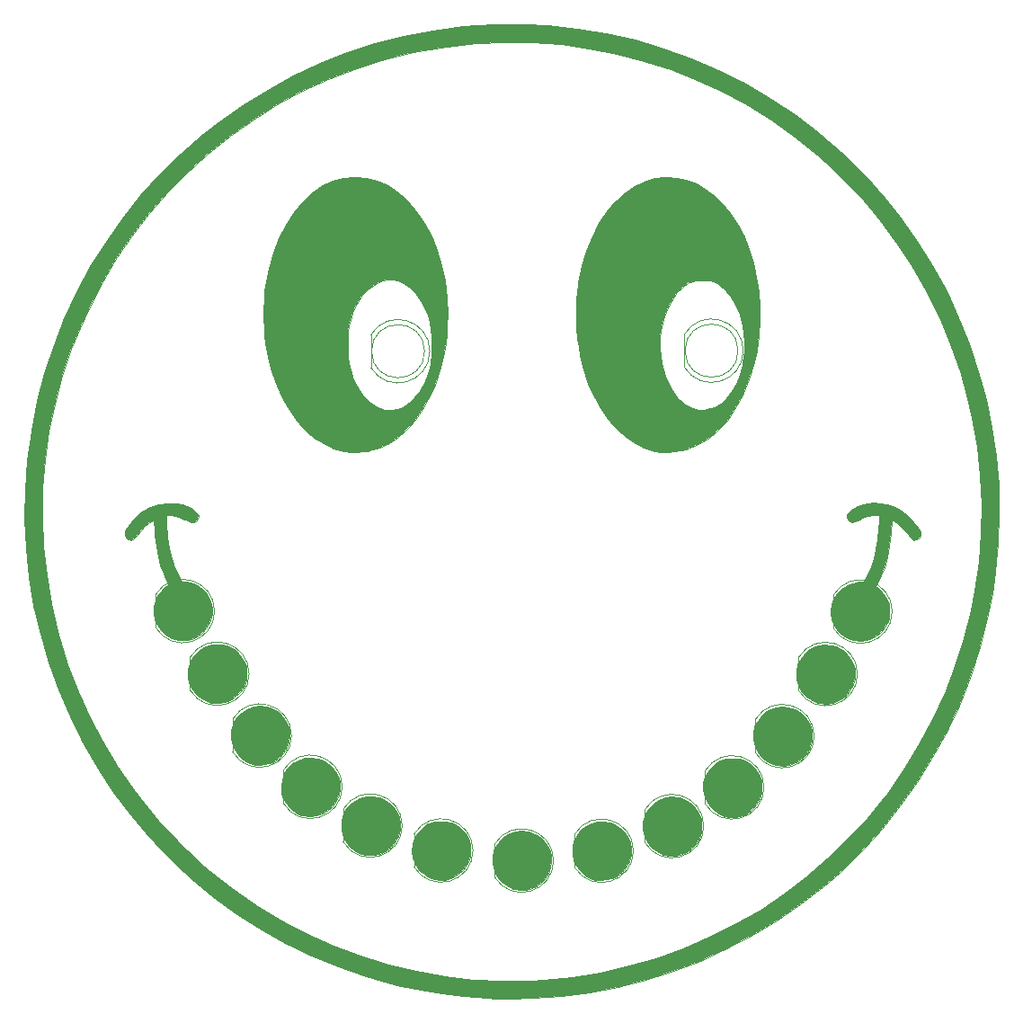
<source format=gbr>
%TF.GenerationSoftware,KiCad,Pcbnew,7.0.8*%
%TF.CreationDate,2024-08-08T21:43:19+02:00*%
%TF.ProjectId,Smiley V8,536d696c-6579-4205-9638-2e6b69636164,rev?*%
%TF.SameCoordinates,Original*%
%TF.FileFunction,Legend,Top*%
%TF.FilePolarity,Positive*%
%FSLAX46Y46*%
G04 Gerber Fmt 4.6, Leading zero omitted, Abs format (unit mm)*
G04 Created by KiCad (PCBNEW 7.0.8) date 2024-08-08 21:43:19*
%MOMM*%
%LPD*%
G01*
G04 APERTURE LIST*
%ADD10C,0.120000*%
%ADD11C,0.010000*%
G04 APERTURE END LIST*
D10*
%TO.C,D3*%
X62310000Y-121855000D02*
X62310000Y-124945000D01*
X67859999Y-123400462D02*
G75*
G03*
X62310001Y-121855170I-2989999J462D01*
G01*
X62310000Y-124944830D02*
G75*
G03*
X67860000Y-123399538I2560000J1544830D01*
G01*
X67370000Y-123400000D02*
G75*
G03*
X67370000Y-123400000I-2500000J0D01*
G01*
%TO.C,G\u002A\u002A\u002A*%
D11*
X87458269Y-123146155D02*
X88010064Y-123359199D01*
X88494021Y-123706053D01*
X88643542Y-123851451D01*
X89041069Y-124376557D01*
X89293876Y-124957293D01*
X89406137Y-125568646D01*
X89382029Y-126185601D01*
X89225727Y-126783146D01*
X88941407Y-127336267D01*
X88533245Y-127819949D01*
X88005418Y-128209180D01*
X87907133Y-128262581D01*
X87530199Y-128400609D01*
X87061436Y-128490094D01*
X86563206Y-128526376D01*
X86097875Y-128504795D01*
X85738166Y-128424634D01*
X85136805Y-128119275D01*
X84645788Y-127707532D01*
X84270388Y-127212382D01*
X84015876Y-126656802D01*
X83887527Y-126063770D01*
X83890612Y-125456262D01*
X84030405Y-124857256D01*
X84312178Y-124289728D01*
X84684278Y-123832078D01*
X85165979Y-123432587D01*
X85680128Y-123179329D01*
X86260530Y-123059893D01*
X86806467Y-123052939D01*
X87458269Y-123146155D01*
G36*
X87458269Y-123146155D02*
G01*
X88010064Y-123359199D01*
X88494021Y-123706053D01*
X88643542Y-123851451D01*
X89041069Y-124376557D01*
X89293876Y-124957293D01*
X89406137Y-125568646D01*
X89382029Y-126185601D01*
X89225727Y-126783146D01*
X88941407Y-127336267D01*
X88533245Y-127819949D01*
X88005418Y-128209180D01*
X87907133Y-128262581D01*
X87530199Y-128400609D01*
X87061436Y-128490094D01*
X86563206Y-128526376D01*
X86097875Y-128504795D01*
X85738166Y-128424634D01*
X85136805Y-128119275D01*
X84645788Y-127707532D01*
X84270388Y-127212382D01*
X84015876Y-126656802D01*
X83887527Y-126063770D01*
X83890612Y-125456262D01*
X84030405Y-124857256D01*
X84312178Y-124289728D01*
X84684278Y-123832078D01*
X85165979Y-123432587D01*
X85680128Y-123179329D01*
X86260530Y-123059893D01*
X86806467Y-123052939D01*
X87458269Y-123146155D01*
G37*
X55104132Y-112207011D02*
X55619327Y-112380789D01*
X56198798Y-112734879D01*
X56661734Y-113194261D01*
X56999306Y-113735518D01*
X57202689Y-114335233D01*
X57263054Y-114969992D01*
X57171575Y-115616379D01*
X57009749Y-116069219D01*
X56671788Y-116626052D01*
X56217429Y-117094701D01*
X55682556Y-117439027D01*
X55621673Y-117467170D01*
X55305255Y-117566828D01*
X54900399Y-117638269D01*
X54468222Y-117676354D01*
X54069845Y-117675943D01*
X53766386Y-117631896D01*
X53744133Y-117625065D01*
X53109835Y-117332803D01*
X52565854Y-116911601D01*
X52136685Y-116382714D01*
X51975684Y-116090600D01*
X51817552Y-115609030D01*
X51746181Y-115053588D01*
X51762582Y-114487733D01*
X51867764Y-113974924D01*
X51939070Y-113789726D01*
X52279503Y-113234627D01*
X52730502Y-112782372D01*
X53265266Y-112443223D01*
X53856993Y-112227439D01*
X54478882Y-112145281D01*
X55104132Y-112207011D01*
G36*
X55104132Y-112207011D02*
G01*
X55619327Y-112380789D01*
X56198798Y-112734879D01*
X56661734Y-113194261D01*
X56999306Y-113735518D01*
X57202689Y-114335233D01*
X57263054Y-114969992D01*
X57171575Y-115616379D01*
X57009749Y-116069219D01*
X56671788Y-116626052D01*
X56217429Y-117094701D01*
X55682556Y-117439027D01*
X55621673Y-117467170D01*
X55305255Y-117566828D01*
X54900399Y-117638269D01*
X54468222Y-117676354D01*
X54069845Y-117675943D01*
X53766386Y-117631896D01*
X53744133Y-117625065D01*
X53109835Y-117332803D01*
X52565854Y-116911601D01*
X52136685Y-116382714D01*
X51975684Y-116090600D01*
X51817552Y-115609030D01*
X51746181Y-115053588D01*
X51762582Y-114487733D01*
X51867764Y-113974924D01*
X51939070Y-113789726D01*
X52279503Y-113234627D01*
X52730502Y-112782372D01*
X53265266Y-112443223D01*
X53856993Y-112227439D01*
X54478882Y-112145281D01*
X55104132Y-112207011D01*
G37*
X65047133Y-120682272D02*
X65698936Y-120775488D01*
X66250731Y-120988532D01*
X66734688Y-121335386D01*
X66884208Y-121480785D01*
X67281736Y-122005890D01*
X67534543Y-122586626D01*
X67646804Y-123197979D01*
X67622695Y-123814935D01*
X67466393Y-124412479D01*
X67182074Y-124965600D01*
X66773912Y-125449283D01*
X66246085Y-125838514D01*
X66147800Y-125891914D01*
X65671489Y-126063281D01*
X65111555Y-126147144D01*
X64530829Y-126141004D01*
X63992139Y-126042362D01*
X63822388Y-125984431D01*
X63324815Y-125709055D01*
X62870048Y-125311385D01*
X62503577Y-124837660D01*
X62308487Y-124445633D01*
X62147267Y-123795788D01*
X62137594Y-123148001D01*
X62268981Y-122526595D01*
X62530942Y-121955894D01*
X62912990Y-121460220D01*
X63404639Y-121063898D01*
X63864424Y-120836746D01*
X64181652Y-120732888D01*
X64475845Y-120681644D01*
X64822520Y-120673148D01*
X65047133Y-120682272D01*
G36*
X65047133Y-120682272D02*
G01*
X65698936Y-120775488D01*
X66250731Y-120988532D01*
X66734688Y-121335386D01*
X66884208Y-121480785D01*
X67281736Y-122005890D01*
X67534543Y-122586626D01*
X67646804Y-123197979D01*
X67622695Y-123814935D01*
X67466393Y-124412479D01*
X67182074Y-124965600D01*
X66773912Y-125449283D01*
X66246085Y-125838514D01*
X66147800Y-125891914D01*
X65671489Y-126063281D01*
X65111555Y-126147144D01*
X64530829Y-126141004D01*
X63992139Y-126042362D01*
X63822388Y-125984431D01*
X63324815Y-125709055D01*
X62870048Y-125311385D01*
X62503577Y-124837660D01*
X62308487Y-124445633D01*
X62147267Y-123795788D01*
X62137594Y-123148001D01*
X62268981Y-122526595D01*
X62530942Y-121955894D01*
X62912990Y-121460220D01*
X63404639Y-121063898D01*
X63864424Y-120836746D01*
X64181652Y-120732888D01*
X64475845Y-120681644D01*
X64822520Y-120673148D01*
X65047133Y-120682272D01*
G37*
X93891284Y-120765653D02*
X93946209Y-120779214D01*
X94608455Y-121029007D01*
X95165272Y-121409556D01*
X95610047Y-121915416D01*
X95856027Y-122351632D01*
X95987162Y-122784336D01*
X96042263Y-123304931D01*
X96021951Y-123850316D01*
X95926842Y-124357391D01*
X95833817Y-124617699D01*
X95574103Y-125043601D01*
X95201512Y-125457813D01*
X94767943Y-125809623D01*
X94402525Y-126016320D01*
X93979623Y-126146405D01*
X93477687Y-126215246D01*
X92969113Y-126218569D01*
X92526298Y-126152099D01*
X92455730Y-126131278D01*
X91845622Y-125849713D01*
X91338275Y-125449949D01*
X90943909Y-124955235D01*
X90672742Y-124388819D01*
X90534994Y-123773951D01*
X90540882Y-123133879D01*
X90700627Y-122491853D01*
X90776333Y-122310490D01*
X91109971Y-121746037D01*
X91544436Y-121307746D01*
X92020531Y-121011102D01*
X92648669Y-120770162D01*
X93262622Y-120689506D01*
X93891284Y-120765653D01*
G36*
X93891284Y-120765653D02*
G01*
X93946209Y-120779214D01*
X94608455Y-121029007D01*
X95165272Y-121409556D01*
X95610047Y-121915416D01*
X95856027Y-122351632D01*
X95987162Y-122784336D01*
X96042263Y-123304931D01*
X96021951Y-123850316D01*
X95926842Y-124357391D01*
X95833817Y-124617699D01*
X95574103Y-125043601D01*
X95201512Y-125457813D01*
X94767943Y-125809623D01*
X94402525Y-126016320D01*
X93979623Y-126146405D01*
X93477687Y-126215246D01*
X92969113Y-126218569D01*
X92526298Y-126152099D01*
X92455730Y-126131278D01*
X91845622Y-125849713D01*
X91338275Y-125449949D01*
X90943909Y-124955235D01*
X90672742Y-124388819D01*
X90534994Y-123773951D01*
X90540882Y-123133879D01*
X90700627Y-122491853D01*
X90776333Y-122310490D01*
X91109971Y-121746037D01*
X91544436Y-121307746D01*
X92020531Y-121011102D01*
X92648669Y-120770162D01*
X93262622Y-120689506D01*
X93891284Y-120765653D01*
G37*
X59948146Y-117079176D02*
X60178800Y-117146856D01*
X60500537Y-117286367D01*
X60807926Y-117496167D01*
X61153328Y-117812109D01*
X61159980Y-117818753D01*
X61552958Y-118275100D01*
X61807024Y-118738356D01*
X61941614Y-119256585D01*
X61976552Y-119837965D01*
X61894260Y-120475863D01*
X61669478Y-121053884D01*
X61322895Y-121557382D01*
X60875201Y-121971713D01*
X60347086Y-122282231D01*
X59759241Y-122474292D01*
X59132354Y-122533250D01*
X58487116Y-122444460D01*
X58349687Y-122405192D01*
X57793423Y-122147259D01*
X57293022Y-121753842D01*
X56881105Y-121257186D01*
X56590292Y-120689540D01*
X56577039Y-120652885D01*
X56508953Y-120370520D01*
X56464071Y-120013023D01*
X56453467Y-119766131D01*
X56530544Y-119099919D01*
X56748933Y-118501004D01*
X57089373Y-117982929D01*
X57532601Y-117559238D01*
X58059355Y-117243474D01*
X58650372Y-117049180D01*
X59286389Y-116989900D01*
X59948146Y-117079176D01*
G36*
X59948146Y-117079176D02*
G01*
X60178800Y-117146856D01*
X60500537Y-117286367D01*
X60807926Y-117496167D01*
X61153328Y-117812109D01*
X61159980Y-117818753D01*
X61552958Y-118275100D01*
X61807024Y-118738356D01*
X61941614Y-119256585D01*
X61976552Y-119837965D01*
X61894260Y-120475863D01*
X61669478Y-121053884D01*
X61322895Y-121557382D01*
X60875201Y-121971713D01*
X60347086Y-122282231D01*
X59759241Y-122474292D01*
X59132354Y-122533250D01*
X58487116Y-122444460D01*
X58349687Y-122405192D01*
X57793423Y-122147259D01*
X57293022Y-121753842D01*
X56881105Y-121257186D01*
X56590292Y-120689540D01*
X56577039Y-120652885D01*
X56508953Y-120370520D01*
X56464071Y-120013023D01*
X56453467Y-119766131D01*
X56530544Y-119099919D01*
X56748933Y-118501004D01*
X57089373Y-117982929D01*
X57532601Y-117559238D01*
X58059355Y-117243474D01*
X58650372Y-117049180D01*
X59286389Y-116989900D01*
X59948146Y-117079176D01*
G37*
X79726709Y-123974482D02*
X80352522Y-124201691D01*
X80407068Y-124228435D01*
X80950919Y-124586968D01*
X81375569Y-125044097D01*
X81678053Y-125575279D01*
X81855405Y-126155972D01*
X81904660Y-126761633D01*
X81822853Y-127367720D01*
X81607019Y-127949690D01*
X81254191Y-128483000D01*
X80957640Y-128785236D01*
X80671072Y-128999983D01*
X80346148Y-129193100D01*
X80249101Y-129239886D01*
X79856097Y-129360591D01*
X79381171Y-129428533D01*
X78894849Y-129439474D01*
X78467655Y-129389181D01*
X78339800Y-129354569D01*
X77699930Y-129059757D01*
X77161679Y-128639188D01*
X76742406Y-128108098D01*
X76587844Y-127816933D01*
X76451235Y-127376797D01*
X76387592Y-126855126D01*
X76397383Y-126316290D01*
X76481072Y-125824661D01*
X76571572Y-125568965D01*
X76932051Y-124976714D01*
X77409307Y-124505876D01*
X77996727Y-124161896D01*
X78481391Y-123996548D01*
X79112630Y-123907261D01*
X79726709Y-123974482D01*
G36*
X79726709Y-123974482D02*
G01*
X80352522Y-124201691D01*
X80407068Y-124228435D01*
X80950919Y-124586968D01*
X81375569Y-125044097D01*
X81678053Y-125575279D01*
X81855405Y-126155972D01*
X81904660Y-126761633D01*
X81822853Y-127367720D01*
X81607019Y-127949690D01*
X81254191Y-128483000D01*
X80957640Y-128785236D01*
X80671072Y-128999983D01*
X80346148Y-129193100D01*
X80249101Y-129239886D01*
X79856097Y-129360591D01*
X79381171Y-129428533D01*
X78894849Y-129439474D01*
X78467655Y-129389181D01*
X78339800Y-129354569D01*
X77699930Y-129059757D01*
X77161679Y-128639188D01*
X76742406Y-128108098D01*
X76587844Y-127816933D01*
X76451235Y-127376797D01*
X76387592Y-126855126D01*
X76397383Y-126316290D01*
X76481072Y-125824661D01*
X76571572Y-125568965D01*
X76932051Y-124976714D01*
X77409307Y-124505876D01*
X77996727Y-124161896D01*
X78481391Y-123996548D01*
X79112630Y-123907261D01*
X79726709Y-123974482D01*
G37*
X104267535Y-112275434D02*
X104807520Y-112432783D01*
X104894781Y-112472833D01*
X105396884Y-112797462D01*
X105845666Y-113233944D01*
X106190374Y-113730252D01*
X106262026Y-113874393D01*
X106409093Y-114367926D01*
X106457135Y-114933701D01*
X106407113Y-115507295D01*
X106259988Y-116024289D01*
X106228906Y-116094463D01*
X105906136Y-116651591D01*
X105510800Y-117078011D01*
X105010618Y-117407484D01*
X104939056Y-117443563D01*
X104342957Y-117661325D01*
X103729898Y-117750759D01*
X103148785Y-117706032D01*
X103014151Y-117673182D01*
X102356994Y-117405181D01*
X101802805Y-117003134D01*
X101355412Y-116470269D01*
X101141815Y-116093199D01*
X101007378Y-115676905D01*
X100944209Y-115171477D01*
X100952634Y-114641540D01*
X101032982Y-114151718D01*
X101130547Y-113870875D01*
X101401055Y-113422380D01*
X101771201Y-112995341D01*
X102191152Y-112640494D01*
X102536368Y-112439582D01*
X103069894Y-112277959D01*
X103667638Y-112223535D01*
X104267535Y-112275434D01*
G36*
X104267535Y-112275434D02*
G01*
X104807520Y-112432783D01*
X104894781Y-112472833D01*
X105396884Y-112797462D01*
X105845666Y-113233944D01*
X106190374Y-113730252D01*
X106262026Y-113874393D01*
X106409093Y-114367926D01*
X106457135Y-114933701D01*
X106407113Y-115507295D01*
X106259988Y-116024289D01*
X106228906Y-116094463D01*
X105906136Y-116651591D01*
X105510800Y-117078011D01*
X105010618Y-117407484D01*
X104939056Y-117443563D01*
X104342957Y-117661325D01*
X103729898Y-117750759D01*
X103148785Y-117706032D01*
X103014151Y-117673182D01*
X102356994Y-117405181D01*
X101802805Y-117003134D01*
X101355412Y-116470269D01*
X101141815Y-116093199D01*
X101007378Y-115676905D01*
X100944209Y-115171477D01*
X100952634Y-114641540D01*
X101032982Y-114151718D01*
X101130547Y-113870875D01*
X101401055Y-113422380D01*
X101771201Y-112995341D01*
X102191152Y-112640494D01*
X102536368Y-112439582D01*
X103069894Y-112277959D01*
X103667638Y-112223535D01*
X104267535Y-112275434D01*
G37*
X71889353Y-123004389D02*
X72389520Y-123091746D01*
X72582220Y-123154092D01*
X73009860Y-123386020D01*
X73434054Y-123731030D01*
X73803294Y-124139831D01*
X74066074Y-124563136D01*
X74074920Y-124582515D01*
X74237250Y-125119481D01*
X74290709Y-125720619D01*
X74236248Y-126323832D01*
X74074820Y-126867027D01*
X74038702Y-126945088D01*
X73677468Y-127500013D01*
X73200159Y-127953003D01*
X72636313Y-128278501D01*
X72396030Y-128366393D01*
X71886979Y-128492229D01*
X71442688Y-128521971D01*
X70990282Y-128458170D01*
X70840818Y-128420829D01*
X70360936Y-128240832D01*
X69901515Y-127979385D01*
X69527577Y-127675394D01*
X69445191Y-127585760D01*
X69076393Y-127029383D01*
X68854704Y-126426948D01*
X68774752Y-125803037D01*
X68831168Y-125182235D01*
X69018580Y-124589124D01*
X69331617Y-124048288D01*
X69764910Y-123584311D01*
X70313087Y-123221774D01*
X70408593Y-123175967D01*
X70834369Y-123047149D01*
X71349463Y-122989739D01*
X71889353Y-123004389D01*
G36*
X71889353Y-123004389D02*
G01*
X72389520Y-123091746D01*
X72582220Y-123154092D01*
X73009860Y-123386020D01*
X73434054Y-123731030D01*
X73803294Y-124139831D01*
X74066074Y-124563136D01*
X74074920Y-124582515D01*
X74237250Y-125119481D01*
X74290709Y-125720619D01*
X74236248Y-126323832D01*
X74074820Y-126867027D01*
X74038702Y-126945088D01*
X73677468Y-127500013D01*
X73200159Y-127953003D01*
X72636313Y-128278501D01*
X72396030Y-128366393D01*
X71886979Y-128492229D01*
X71442688Y-128521971D01*
X70990282Y-128458170D01*
X70840818Y-128420829D01*
X70360936Y-128240832D01*
X69901515Y-127979385D01*
X69527577Y-127675394D01*
X69445191Y-127585760D01*
X69076393Y-127029383D01*
X68854704Y-126426948D01*
X68774752Y-125803037D01*
X68831168Y-125182235D01*
X69018580Y-124589124D01*
X69331617Y-124048288D01*
X69764910Y-123584311D01*
X70313087Y-123221774D01*
X70408593Y-123175967D01*
X70834369Y-123047149D01*
X71349463Y-122989739D01*
X71889353Y-123004389D01*
G37*
X99348347Y-117073091D02*
X99636968Y-117107292D01*
X99887232Y-117180079D01*
X100153447Y-117298833D01*
X100659440Y-117626689D01*
X101112220Y-118068852D01*
X101460138Y-118572505D01*
X101524017Y-118700393D01*
X101654452Y-119127376D01*
X101713354Y-119641784D01*
X101700726Y-120177559D01*
X101616566Y-120668642D01*
X101524017Y-120931473D01*
X101220081Y-121429074D01*
X100805872Y-121879448D01*
X100332405Y-122230446D01*
X100168445Y-122317195D01*
X99679442Y-122486402D01*
X99138442Y-122572797D01*
X98611390Y-122570449D01*
X98218351Y-122492536D01*
X97557628Y-122198373D01*
X97019081Y-121794472D01*
X96610827Y-121291655D01*
X96340983Y-120700742D01*
X96217666Y-120032553D01*
X96210456Y-119815933D01*
X96226635Y-119406455D01*
X96285963Y-119082456D01*
X96404630Y-118762241D01*
X96430572Y-118705106D01*
X96796576Y-118094164D01*
X97267640Y-117610663D01*
X97757207Y-117300076D01*
X98033880Y-117177574D01*
X98286120Y-117106085D01*
X98579422Y-117072754D01*
X98956133Y-117064721D01*
X99348347Y-117073091D01*
G36*
X99348347Y-117073091D02*
G01*
X99636968Y-117107292D01*
X99887232Y-117180079D01*
X100153447Y-117298833D01*
X100659440Y-117626689D01*
X101112220Y-118068852D01*
X101460138Y-118572505D01*
X101524017Y-118700393D01*
X101654452Y-119127376D01*
X101713354Y-119641784D01*
X101700726Y-120177559D01*
X101616566Y-120668642D01*
X101524017Y-120931473D01*
X101220081Y-121429074D01*
X100805872Y-121879448D01*
X100332405Y-122230446D01*
X100168445Y-122317195D01*
X99679442Y-122486402D01*
X99138442Y-122572797D01*
X98611390Y-122570449D01*
X98218351Y-122492536D01*
X97557628Y-122198373D01*
X97019081Y-121794472D01*
X96610827Y-121291655D01*
X96340983Y-120700742D01*
X96217666Y-120032553D01*
X96210456Y-119815933D01*
X96226635Y-119406455D01*
X96285963Y-119082456D01*
X96404630Y-118762241D01*
X96430572Y-118705106D01*
X96796576Y-118094164D01*
X97267640Y-117610663D01*
X97757207Y-117300076D01*
X98033880Y-117177574D01*
X98286120Y-117106085D01*
X98579422Y-117072754D01*
X98956133Y-117064721D01*
X99348347Y-117073091D01*
G37*
X108170479Y-106408648D02*
X108677818Y-106517457D01*
X108873658Y-106596477D01*
X109463020Y-106967313D01*
X109931580Y-107439531D01*
X110268642Y-107992910D01*
X110463513Y-108607228D01*
X110505496Y-109262263D01*
X110464721Y-109604787D01*
X110355008Y-110067736D01*
X110193915Y-110450164D01*
X109945897Y-110828539D01*
X109823042Y-110985218D01*
X109432332Y-111346339D01*
X108929485Y-111631167D01*
X108359941Y-111825400D01*
X107769140Y-111914740D01*
X107202523Y-111884886D01*
X107060215Y-111854695D01*
X106493800Y-111631438D01*
X105965135Y-111271009D01*
X105513974Y-110805561D01*
X105235463Y-110378999D01*
X105126400Y-110151437D01*
X105059238Y-109938979D01*
X105024221Y-109688207D01*
X105011592Y-109345701D01*
X105010614Y-109147933D01*
X105016359Y-108746951D01*
X105040069Y-108461873D01*
X105091457Y-108239469D01*
X105180233Y-108026513D01*
X105234606Y-107920267D01*
X105628934Y-107344386D01*
X106135166Y-106879562D01*
X106576133Y-106617484D01*
X107057790Y-106459227D01*
X107609854Y-106389427D01*
X108170479Y-106408648D01*
G36*
X108170479Y-106408648D02*
G01*
X108677818Y-106517457D01*
X108873658Y-106596477D01*
X109463020Y-106967313D01*
X109931580Y-107439531D01*
X110268642Y-107992910D01*
X110463513Y-108607228D01*
X110505496Y-109262263D01*
X110464721Y-109604787D01*
X110355008Y-110067736D01*
X110193915Y-110450164D01*
X109945897Y-110828539D01*
X109823042Y-110985218D01*
X109432332Y-111346339D01*
X108929485Y-111631167D01*
X108359941Y-111825400D01*
X107769140Y-111914740D01*
X107202523Y-111884886D01*
X107060215Y-111854695D01*
X106493800Y-111631438D01*
X105965135Y-111271009D01*
X105513974Y-110805561D01*
X105235463Y-110378999D01*
X105126400Y-110151437D01*
X105059238Y-109938979D01*
X105024221Y-109688207D01*
X105011592Y-109345701D01*
X105010614Y-109147933D01*
X105016359Y-108746951D01*
X105040069Y-108461873D01*
X105091457Y-108239469D01*
X105180233Y-108026513D01*
X105234606Y-107920267D01*
X105628934Y-107344386D01*
X106135166Y-106879562D01*
X106576133Y-106617484D01*
X107057790Y-106459227D01*
X107609854Y-106389427D01*
X108170479Y-106408648D01*
G37*
X50910143Y-106347201D02*
X51572224Y-106544797D01*
X52134985Y-106876978D01*
X52605043Y-107348769D01*
X52957066Y-107902225D01*
X53076257Y-108159352D01*
X53146436Y-108401432D01*
X53180132Y-108690988D01*
X53189741Y-109063267D01*
X53182806Y-109460852D01*
X53148738Y-109754868D01*
X53075614Y-110010394D01*
X52972583Y-110248600D01*
X52608915Y-110821904D01*
X52117603Y-111299366D01*
X51669800Y-111583820D01*
X51372706Y-111711967D01*
X51057469Y-111786734D01*
X50655240Y-111823333D01*
X50569133Y-111827009D01*
X50218507Y-111830673D01*
X49909899Y-111817071D01*
X49701721Y-111789097D01*
X49680133Y-111782993D01*
X49087454Y-111506651D01*
X48553883Y-111100834D01*
X48118109Y-110599963D01*
X47876993Y-110178807D01*
X47767479Y-109868267D01*
X47710007Y-109508834D01*
X47694038Y-109103820D01*
X47700859Y-108728782D01*
X47737038Y-108447916D01*
X47819097Y-108186546D01*
X47963558Y-107869996D01*
X47969849Y-107857200D01*
X48334220Y-107295082D01*
X48805718Y-106846788D01*
X49360010Y-106524815D01*
X49972766Y-106341659D01*
X50619653Y-106309814D01*
X50910143Y-106347201D01*
G36*
X50910143Y-106347201D02*
G01*
X51572224Y-106544797D01*
X52134985Y-106876978D01*
X52605043Y-107348769D01*
X52957066Y-107902225D01*
X53076257Y-108159352D01*
X53146436Y-108401432D01*
X53180132Y-108690988D01*
X53189741Y-109063267D01*
X53182806Y-109460852D01*
X53148738Y-109754868D01*
X53075614Y-110010394D01*
X52972583Y-110248600D01*
X52608915Y-110821904D01*
X52117603Y-111299366D01*
X51669800Y-111583820D01*
X51372706Y-111711967D01*
X51057469Y-111786734D01*
X50655240Y-111823333D01*
X50569133Y-111827009D01*
X50218507Y-111830673D01*
X49909899Y-111817071D01*
X49701721Y-111789097D01*
X49680133Y-111782993D01*
X49087454Y-111506651D01*
X48553883Y-111100834D01*
X48118109Y-110599963D01*
X47876993Y-110178807D01*
X47767479Y-109868267D01*
X47710007Y-109508834D01*
X47694038Y-109103820D01*
X47700859Y-108728782D01*
X47737038Y-108447916D01*
X47819097Y-108186546D01*
X47963558Y-107869996D01*
X47969849Y-107857200D01*
X48334220Y-107295082D01*
X48805718Y-106846788D01*
X49360010Y-106524815D01*
X49972766Y-106341659D01*
X50619653Y-106309814D01*
X50910143Y-106347201D01*
G37*
X112745346Y-93020127D02*
X113556023Y-93166823D01*
X114286311Y-93435646D01*
X114966121Y-93841411D01*
X115625365Y-94398938D01*
X115723027Y-94495267D01*
X116188441Y-94998872D01*
X116504957Y-95426463D01*
X116673854Y-95780268D01*
X116696409Y-96062514D01*
X116669531Y-96145764D01*
X116496656Y-96355784D01*
X116244266Y-96482710D01*
X115983390Y-96492429D01*
X115960933Y-96486077D01*
X115830195Y-96394434D01*
X115645996Y-96204991D01*
X115462915Y-95977910D01*
X115100270Y-95530317D01*
X114719829Y-95135775D01*
X114361122Y-94833604D01*
X114215507Y-94737162D01*
X113970965Y-94592725D01*
X113870720Y-95825858D01*
X113737066Y-97018184D01*
X113540625Y-98098139D01*
X113284782Y-99052373D01*
X112972921Y-99867535D01*
X112725135Y-100344822D01*
X112447933Y-100812711D01*
X112851342Y-101172780D01*
X113146000Y-101489971D01*
X113409361Y-101865319D01*
X113492609Y-102017224D01*
X113621405Y-102309534D01*
X113694099Y-102575513D01*
X113725367Y-102886831D01*
X113730467Y-103178933D01*
X113696975Y-103752183D01*
X113592413Y-104210390D01*
X113567308Y-104279353D01*
X113331712Y-104713627D01*
X112982758Y-105140334D01*
X112570475Y-105507426D01*
X112144891Y-105762852D01*
X112138885Y-105765471D01*
X111602518Y-105928785D01*
X111014616Y-105993366D01*
X110442169Y-105956025D01*
X110075614Y-105863680D01*
X109462768Y-105560404D01*
X108960495Y-105136460D01*
X108580500Y-104608651D01*
X108334484Y-103993779D01*
X108234149Y-103308646D01*
X108232425Y-103217223D01*
X108306880Y-102541598D01*
X108528504Y-101935324D01*
X108884533Y-101412117D01*
X109362205Y-100985691D01*
X109948755Y-100669762D01*
X110631420Y-100478043D01*
X110805492Y-100452363D01*
X111351850Y-100384933D01*
X111709881Y-99707600D01*
X112000077Y-99052290D01*
X112254331Y-98267670D01*
X112464867Y-97391406D01*
X112623913Y-96461162D01*
X112723694Y-95514602D01*
X112756511Y-94636523D01*
X112756800Y-94137447D01*
X112185300Y-94189736D01*
X111694321Y-94274360D01*
X111210995Y-94449996D01*
X111021133Y-94541025D01*
X110712432Y-94684793D01*
X110439944Y-94790625D01*
X110255779Y-94838653D01*
X110237967Y-94839646D01*
X110001866Y-94764167D01*
X109808393Y-94576548D01*
X109711745Y-94333588D01*
X109708800Y-94285085D01*
X109788833Y-94032129D01*
X110010682Y-93783631D01*
X110346974Y-93550994D01*
X110770334Y-93345620D01*
X111253387Y-93178915D01*
X111768760Y-93062280D01*
X112289077Y-93007121D01*
X112745346Y-93020127D01*
G36*
X112745346Y-93020127D02*
G01*
X113556023Y-93166823D01*
X114286311Y-93435646D01*
X114966121Y-93841411D01*
X115625365Y-94398938D01*
X115723027Y-94495267D01*
X116188441Y-94998872D01*
X116504957Y-95426463D01*
X116673854Y-95780268D01*
X116696409Y-96062514D01*
X116669531Y-96145764D01*
X116496656Y-96355784D01*
X116244266Y-96482710D01*
X115983390Y-96492429D01*
X115960933Y-96486077D01*
X115830195Y-96394434D01*
X115645996Y-96204991D01*
X115462915Y-95977910D01*
X115100270Y-95530317D01*
X114719829Y-95135775D01*
X114361122Y-94833604D01*
X114215507Y-94737162D01*
X113970965Y-94592725D01*
X113870720Y-95825858D01*
X113737066Y-97018184D01*
X113540625Y-98098139D01*
X113284782Y-99052373D01*
X112972921Y-99867535D01*
X112725135Y-100344822D01*
X112447933Y-100812711D01*
X112851342Y-101172780D01*
X113146000Y-101489971D01*
X113409361Y-101865319D01*
X113492609Y-102017224D01*
X113621405Y-102309534D01*
X113694099Y-102575513D01*
X113725367Y-102886831D01*
X113730467Y-103178933D01*
X113696975Y-103752183D01*
X113592413Y-104210390D01*
X113567308Y-104279353D01*
X113331712Y-104713627D01*
X112982758Y-105140334D01*
X112570475Y-105507426D01*
X112144891Y-105762852D01*
X112138885Y-105765471D01*
X111602518Y-105928785D01*
X111014616Y-105993366D01*
X110442169Y-105956025D01*
X110075614Y-105863680D01*
X109462768Y-105560404D01*
X108960495Y-105136460D01*
X108580500Y-104608651D01*
X108334484Y-103993779D01*
X108234149Y-103308646D01*
X108232425Y-103217223D01*
X108306880Y-102541598D01*
X108528504Y-101935324D01*
X108884533Y-101412117D01*
X109362205Y-100985691D01*
X109948755Y-100669762D01*
X110631420Y-100478043D01*
X110805492Y-100452363D01*
X111351850Y-100384933D01*
X111709881Y-99707600D01*
X112000077Y-99052290D01*
X112254331Y-98267670D01*
X112464867Y-97391406D01*
X112623913Y-96461162D01*
X112723694Y-95514602D01*
X112756511Y-94636523D01*
X112756800Y-94137447D01*
X112185300Y-94189736D01*
X111694321Y-94274360D01*
X111210995Y-94449996D01*
X111021133Y-94541025D01*
X110712432Y-94684793D01*
X110439944Y-94790625D01*
X110255779Y-94838653D01*
X110237967Y-94839646D01*
X110001866Y-94764167D01*
X109808393Y-94576548D01*
X109711745Y-94333588D01*
X109708800Y-94285085D01*
X109788833Y-94032129D01*
X110010682Y-93783631D01*
X110346974Y-93550994D01*
X110770334Y-93345620D01*
X111253387Y-93178915D01*
X111768760Y-93062280D01*
X112289077Y-93007121D01*
X112745346Y-93020127D01*
G37*
X46571775Y-93063822D02*
X47124520Y-93170035D01*
X47629320Y-93334123D01*
X48060128Y-93544205D01*
X48390894Y-93788399D01*
X48595572Y-94054824D01*
X48648922Y-94236924D01*
X48611395Y-94532997D01*
X48454005Y-94744921D01*
X48204609Y-94838058D01*
X48164178Y-94839646D01*
X47983884Y-94802403D01*
X47710012Y-94703704D01*
X47397362Y-94563693D01*
X47351800Y-94541025D01*
X46849573Y-94325946D01*
X46371443Y-94211478D01*
X46187688Y-94189741D01*
X45616242Y-94137457D01*
X45661775Y-94932862D01*
X45764164Y-96173762D01*
X45922622Y-97269230D01*
X46140567Y-98234774D01*
X46421418Y-99085901D01*
X46724763Y-99755344D01*
X47062429Y-100404379D01*
X47551079Y-100448689D01*
X48167347Y-100583173D01*
X48712809Y-100854356D01*
X49175025Y-101239980D01*
X49541557Y-101717790D01*
X49799965Y-102265527D01*
X49937810Y-102860934D01*
X49942653Y-103481754D01*
X49802055Y-104105731D01*
X49715704Y-104321818D01*
X49381909Y-104869364D01*
X48917499Y-105342687D01*
X48397383Y-105685751D01*
X47978754Y-105832470D01*
X47467231Y-105907541D01*
X46924137Y-105909253D01*
X46410797Y-105835894D01*
X46127055Y-105749097D01*
X45568898Y-105444586D01*
X45115617Y-105028536D01*
X44772598Y-104526431D01*
X44545225Y-103963755D01*
X44438883Y-103365990D01*
X44458955Y-102758620D01*
X44610827Y-102167129D01*
X44899883Y-101617000D01*
X45181748Y-101275244D01*
X45409464Y-101054033D01*
X45612277Y-100876557D01*
X45732510Y-100789919D01*
X45819257Y-100730898D01*
X45835139Y-100652392D01*
X45773854Y-100509642D01*
X45666613Y-100321806D01*
X45353881Y-99681406D01*
X45080010Y-98906161D01*
X44852631Y-98027657D01*
X44679377Y-97077479D01*
X44567882Y-96087211D01*
X44541201Y-95664767D01*
X44519146Y-95259705D01*
X44495944Y-94923948D01*
X44474151Y-94689199D01*
X44456324Y-94587165D01*
X44454143Y-94585267D01*
X44370411Y-94629147D01*
X44194404Y-94741475D01*
X44060212Y-94832103D01*
X43610993Y-95203682D01*
X43170065Y-95681328D01*
X42862146Y-96097587D01*
X42612061Y-96377309D01*
X42343160Y-96496682D01*
X42065790Y-96451446D01*
X42037229Y-96437307D01*
X41807481Y-96256392D01*
X41717437Y-96021503D01*
X41767638Y-95721454D01*
X41958622Y-95345062D01*
X42100163Y-95134409D01*
X42698106Y-94428608D01*
X43382523Y-93857798D01*
X44139270Y-93429625D01*
X44954206Y-93151734D01*
X45813189Y-93031774D01*
X45997133Y-93027365D01*
X46571775Y-93063822D01*
G36*
X46571775Y-93063822D02*
G01*
X47124520Y-93170035D01*
X47629320Y-93334123D01*
X48060128Y-93544205D01*
X48390894Y-93788399D01*
X48595572Y-94054824D01*
X48648922Y-94236924D01*
X48611395Y-94532997D01*
X48454005Y-94744921D01*
X48204609Y-94838058D01*
X48164178Y-94839646D01*
X47983884Y-94802403D01*
X47710012Y-94703704D01*
X47397362Y-94563693D01*
X47351800Y-94541025D01*
X46849573Y-94325946D01*
X46371443Y-94211478D01*
X46187688Y-94189741D01*
X45616242Y-94137457D01*
X45661775Y-94932862D01*
X45764164Y-96173762D01*
X45922622Y-97269230D01*
X46140567Y-98234774D01*
X46421418Y-99085901D01*
X46724763Y-99755344D01*
X47062429Y-100404379D01*
X47551079Y-100448689D01*
X48167347Y-100583173D01*
X48712809Y-100854356D01*
X49175025Y-101239980D01*
X49541557Y-101717790D01*
X49799965Y-102265527D01*
X49937810Y-102860934D01*
X49942653Y-103481754D01*
X49802055Y-104105731D01*
X49715704Y-104321818D01*
X49381909Y-104869364D01*
X48917499Y-105342687D01*
X48397383Y-105685751D01*
X47978754Y-105832470D01*
X47467231Y-105907541D01*
X46924137Y-105909253D01*
X46410797Y-105835894D01*
X46127055Y-105749097D01*
X45568898Y-105444586D01*
X45115617Y-105028536D01*
X44772598Y-104526431D01*
X44545225Y-103963755D01*
X44438883Y-103365990D01*
X44458955Y-102758620D01*
X44610827Y-102167129D01*
X44899883Y-101617000D01*
X45181748Y-101275244D01*
X45409464Y-101054033D01*
X45612277Y-100876557D01*
X45732510Y-100789919D01*
X45819257Y-100730898D01*
X45835139Y-100652392D01*
X45773854Y-100509642D01*
X45666613Y-100321806D01*
X45353881Y-99681406D01*
X45080010Y-98906161D01*
X44852631Y-98027657D01*
X44679377Y-97077479D01*
X44567882Y-96087211D01*
X44541201Y-95664767D01*
X44519146Y-95259705D01*
X44495944Y-94923948D01*
X44474151Y-94689199D01*
X44456324Y-94587165D01*
X44454143Y-94585267D01*
X44370411Y-94629147D01*
X44194404Y-94741475D01*
X44060212Y-94832103D01*
X43610993Y-95203682D01*
X43170065Y-95681328D01*
X42862146Y-96097587D01*
X42612061Y-96377309D01*
X42343160Y-96496682D01*
X42065790Y-96451446D01*
X42037229Y-96437307D01*
X41807481Y-96256392D01*
X41717437Y-96021503D01*
X41767638Y-95721454D01*
X41958622Y-95345062D01*
X42100163Y-95134409D01*
X42698106Y-94428608D01*
X43382523Y-93857798D01*
X44139270Y-93429625D01*
X44954206Y-93151734D01*
X45813189Y-93031774D01*
X45997133Y-93027365D01*
X46571775Y-93063822D01*
G37*
X64482342Y-62394132D02*
X65436870Y-62629525D01*
X66353333Y-63024902D01*
X67237210Y-63582761D01*
X68093979Y-64305602D01*
X68309701Y-64517561D01*
X69171828Y-65506581D01*
X69932320Y-66621963D01*
X70586814Y-67851462D01*
X71130949Y-69182835D01*
X71560362Y-70603836D01*
X71870691Y-72102223D01*
X72057574Y-73665751D01*
X72116800Y-75204273D01*
X72100203Y-76205240D01*
X72046494Y-77100184D01*
X71949798Y-77949509D01*
X71804239Y-78813618D01*
X71729780Y-79182831D01*
X71381295Y-80560024D01*
X70935217Y-81853871D01*
X70398785Y-83055200D01*
X69779236Y-84154843D01*
X69083809Y-85143628D01*
X68319741Y-86012386D01*
X67494271Y-86751947D01*
X66614636Y-87353140D01*
X65688075Y-87806795D01*
X64721825Y-88103742D01*
X64681657Y-88112399D01*
X64182796Y-88185219D01*
X63604860Y-88218786D01*
X63021921Y-88212106D01*
X62508054Y-88164183D01*
X62386499Y-88143212D01*
X61385576Y-87861801D01*
X60432616Y-87424115D01*
X59533179Y-86837818D01*
X58692824Y-86110571D01*
X57917110Y-85250039D01*
X57211597Y-84263884D01*
X56581845Y-83159769D01*
X56033412Y-81945358D01*
X55571858Y-80628313D01*
X55202743Y-79216298D01*
X55047634Y-78380665D01*
X62730420Y-78380665D01*
X62769427Y-79132430D01*
X62848990Y-79824693D01*
X62967563Y-80403600D01*
X63285199Y-81341355D01*
X63694499Y-82174191D01*
X64185984Y-82889554D01*
X64750174Y-83474887D01*
X65377592Y-83917634D01*
X65758976Y-84101023D01*
X66246724Y-84222410D01*
X66804260Y-84239109D01*
X67371509Y-84155103D01*
X67888398Y-83974376D01*
X67922446Y-83957547D01*
X68479677Y-83589516D01*
X69005189Y-83074997D01*
X69484132Y-82435995D01*
X69901654Y-81694513D01*
X70242905Y-80872555D01*
X70435346Y-80234267D01*
X70514226Y-79897324D01*
X70569062Y-79579828D01*
X70603881Y-79237957D01*
X70622711Y-78827890D01*
X70629581Y-78305806D01*
X70629912Y-78117600D01*
X70611357Y-77301935D01*
X70549001Y-76604495D01*
X70432800Y-75977568D01*
X70252714Y-75373447D01*
X69998701Y-74744420D01*
X69854761Y-74434600D01*
X69501105Y-73809906D01*
X69074884Y-73239555D01*
X68603477Y-72752295D01*
X68114263Y-72376873D01*
X67689790Y-72161478D01*
X67033781Y-72000094D01*
X66388111Y-71999535D01*
X65762700Y-72151292D01*
X65167467Y-72446855D01*
X64612332Y-72877716D01*
X64107212Y-73435367D01*
X63662029Y-74111299D01*
X63286701Y-74897003D01*
X62991147Y-75783970D01*
X62869369Y-76296417D01*
X62779129Y-76909852D01*
X62733234Y-77622204D01*
X62730420Y-78380665D01*
X55047634Y-78380665D01*
X54959514Y-77905933D01*
X54884245Y-77250665D01*
X54834862Y-76476428D01*
X54811315Y-75631588D01*
X54813551Y-74764510D01*
X54841519Y-73923559D01*
X54895167Y-73157102D01*
X54965214Y-72571933D01*
X55277998Y-70957359D01*
X55702989Y-69453346D01*
X56237932Y-68064837D01*
X56880574Y-66796776D01*
X57628660Y-65654105D01*
X58479934Y-64641766D01*
X58671663Y-64446134D01*
X59527186Y-63694451D01*
X60415619Y-63107744D01*
X61341335Y-62684077D01*
X62308707Y-62421516D01*
X63322107Y-62318125D01*
X63484272Y-62316223D01*
X64482342Y-62394132D01*
G36*
X64482342Y-62394132D02*
G01*
X65436870Y-62629525D01*
X66353333Y-63024902D01*
X67237210Y-63582761D01*
X68093979Y-64305602D01*
X68309701Y-64517561D01*
X69171828Y-65506581D01*
X69932320Y-66621963D01*
X70586814Y-67851462D01*
X71130949Y-69182835D01*
X71560362Y-70603836D01*
X71870691Y-72102223D01*
X72057574Y-73665751D01*
X72116800Y-75204273D01*
X72100203Y-76205240D01*
X72046494Y-77100184D01*
X71949798Y-77949509D01*
X71804239Y-78813618D01*
X71729780Y-79182831D01*
X71381295Y-80560024D01*
X70935217Y-81853871D01*
X70398785Y-83055200D01*
X69779236Y-84154843D01*
X69083809Y-85143628D01*
X68319741Y-86012386D01*
X67494271Y-86751947D01*
X66614636Y-87353140D01*
X65688075Y-87806795D01*
X64721825Y-88103742D01*
X64681657Y-88112399D01*
X64182796Y-88185219D01*
X63604860Y-88218786D01*
X63021921Y-88212106D01*
X62508054Y-88164183D01*
X62386499Y-88143212D01*
X61385576Y-87861801D01*
X60432616Y-87424115D01*
X59533179Y-86837818D01*
X58692824Y-86110571D01*
X57917110Y-85250039D01*
X57211597Y-84263884D01*
X56581845Y-83159769D01*
X56033412Y-81945358D01*
X55571858Y-80628313D01*
X55202743Y-79216298D01*
X55047634Y-78380665D01*
X62730420Y-78380665D01*
X62769427Y-79132430D01*
X62848990Y-79824693D01*
X62967563Y-80403600D01*
X63285199Y-81341355D01*
X63694499Y-82174191D01*
X64185984Y-82889554D01*
X64750174Y-83474887D01*
X65377592Y-83917634D01*
X65758976Y-84101023D01*
X66246724Y-84222410D01*
X66804260Y-84239109D01*
X67371509Y-84155103D01*
X67888398Y-83974376D01*
X67922446Y-83957547D01*
X68479677Y-83589516D01*
X69005189Y-83074997D01*
X69484132Y-82435995D01*
X69901654Y-81694513D01*
X70242905Y-80872555D01*
X70435346Y-80234267D01*
X70514226Y-79897324D01*
X70569062Y-79579828D01*
X70603881Y-79237957D01*
X70622711Y-78827890D01*
X70629581Y-78305806D01*
X70629912Y-78117600D01*
X70611357Y-77301935D01*
X70549001Y-76604495D01*
X70432800Y-75977568D01*
X70252714Y-75373447D01*
X69998701Y-74744420D01*
X69854761Y-74434600D01*
X69501105Y-73809906D01*
X69074884Y-73239555D01*
X68603477Y-72752295D01*
X68114263Y-72376873D01*
X67689790Y-72161478D01*
X67033781Y-72000094D01*
X66388111Y-71999535D01*
X65762700Y-72151292D01*
X65167467Y-72446855D01*
X64612332Y-72877716D01*
X64107212Y-73435367D01*
X63662029Y-74111299D01*
X63286701Y-74897003D01*
X62991147Y-75783970D01*
X62869369Y-76296417D01*
X62779129Y-76909852D01*
X62733234Y-77622204D01*
X62730420Y-78380665D01*
X55047634Y-78380665D01*
X54959514Y-77905933D01*
X54884245Y-77250665D01*
X54834862Y-76476428D01*
X54811315Y-75631588D01*
X54813551Y-74764510D01*
X54841519Y-73923559D01*
X54895167Y-73157102D01*
X54965214Y-72571933D01*
X55277998Y-70957359D01*
X55702989Y-69453346D01*
X56237932Y-68064837D01*
X56880574Y-66796776D01*
X57628660Y-65654105D01*
X58479934Y-64641766D01*
X58671663Y-64446134D01*
X59527186Y-63694451D01*
X60415619Y-63107744D01*
X61341335Y-62684077D01*
X62308707Y-62421516D01*
X63322107Y-62318125D01*
X63484272Y-62316223D01*
X64482342Y-62394132D01*
G37*
X93750708Y-62370001D02*
X94570056Y-62539814D01*
X95374171Y-62838385D01*
X95441934Y-62869281D01*
X96398458Y-63402594D01*
X97282840Y-64077758D01*
X98092321Y-64882160D01*
X98824143Y-65803185D01*
X99475548Y-66828220D01*
X100043777Y-67944650D01*
X100526073Y-69139860D01*
X100919676Y-70401238D01*
X101221828Y-71716168D01*
X101429771Y-73072037D01*
X101540747Y-74456231D01*
X101551997Y-75856135D01*
X101460763Y-77259135D01*
X101264286Y-78652617D01*
X100959809Y-80023968D01*
X100544572Y-81360572D01*
X100015818Y-82649817D01*
X99844993Y-83004728D01*
X99179157Y-84193407D01*
X98438579Y-85237660D01*
X97626087Y-86134808D01*
X96744510Y-86882170D01*
X95796677Y-87477064D01*
X94785416Y-87916810D01*
X94595800Y-87979619D01*
X94085004Y-88099117D01*
X93477277Y-88176653D01*
X92834561Y-88209422D01*
X92218799Y-88194619D01*
X91691932Y-88129438D01*
X91620948Y-88114358D01*
X90635265Y-87803897D01*
X89696900Y-87337952D01*
X88811698Y-86725213D01*
X87985504Y-85974371D01*
X87224160Y-85094117D01*
X86533513Y-84093143D01*
X85919405Y-82980140D01*
X85387680Y-81763797D01*
X84944184Y-80452807D01*
X84594760Y-79055860D01*
X84463973Y-78283101D01*
X92114678Y-78283101D01*
X92184079Y-79236638D01*
X92348843Y-80158506D01*
X92603526Y-81031130D01*
X92942683Y-81836929D01*
X93360869Y-82558325D01*
X93852640Y-83177742D01*
X94412550Y-83677600D01*
X95035155Y-84040321D01*
X95231256Y-84119013D01*
X95739019Y-84227742D01*
X96311943Y-84228300D01*
X96888530Y-84124901D01*
X97295326Y-83977547D01*
X97872423Y-83622114D01*
X98405602Y-83120282D01*
X98884095Y-82491711D01*
X99297132Y-81756057D01*
X99633944Y-80932981D01*
X99883765Y-80042139D01*
X100035823Y-79103191D01*
X100050526Y-78947879D01*
X100081485Y-77912028D01*
X100001435Y-76902822D01*
X99817642Y-75938211D01*
X99537369Y-75036148D01*
X99167881Y-74214585D01*
X98716442Y-73491474D01*
X98190316Y-72884766D01*
X97596767Y-72412414D01*
X97347467Y-72267910D01*
X97095674Y-72147068D01*
X96870559Y-72073962D01*
X96613354Y-72036878D01*
X96265287Y-72024103D01*
X96119800Y-72023224D01*
X95729398Y-72028746D01*
X95447922Y-72055224D01*
X95215209Y-72114556D01*
X94971093Y-72218639D01*
X94864809Y-72271393D01*
X94289000Y-72651144D01*
X93751913Y-73179313D01*
X93267768Y-73836767D01*
X92850789Y-74604372D01*
X92533108Y-75408267D01*
X92283748Y-76351337D01*
X92146087Y-77315475D01*
X92114678Y-78283101D01*
X84463973Y-78283101D01*
X84345253Y-77581647D01*
X84302416Y-77230821D01*
X84262761Y-76718934D01*
X84241976Y-76084486D01*
X84238943Y-75370752D01*
X84252543Y-74621009D01*
X84281657Y-73878530D01*
X84325167Y-73186590D01*
X84381954Y-72588466D01*
X84431601Y-72233267D01*
X84758943Y-70684742D01*
X85199577Y-69230024D01*
X85748912Y-67878951D01*
X86402356Y-66641365D01*
X87155320Y-65527105D01*
X88003214Y-64546010D01*
X88031232Y-64517561D01*
X88881940Y-63752066D01*
X89758353Y-63152193D01*
X90665948Y-62715442D01*
X91610206Y-62439315D01*
X92596604Y-62321313D01*
X92856661Y-62316223D01*
X93750708Y-62370001D01*
G36*
X93750708Y-62370001D02*
G01*
X94570056Y-62539814D01*
X95374171Y-62838385D01*
X95441934Y-62869281D01*
X96398458Y-63402594D01*
X97282840Y-64077758D01*
X98092321Y-64882160D01*
X98824143Y-65803185D01*
X99475548Y-66828220D01*
X100043777Y-67944650D01*
X100526073Y-69139860D01*
X100919676Y-70401238D01*
X101221828Y-71716168D01*
X101429771Y-73072037D01*
X101540747Y-74456231D01*
X101551997Y-75856135D01*
X101460763Y-77259135D01*
X101264286Y-78652617D01*
X100959809Y-80023968D01*
X100544572Y-81360572D01*
X100015818Y-82649817D01*
X99844993Y-83004728D01*
X99179157Y-84193407D01*
X98438579Y-85237660D01*
X97626087Y-86134808D01*
X96744510Y-86882170D01*
X95796677Y-87477064D01*
X94785416Y-87916810D01*
X94595800Y-87979619D01*
X94085004Y-88099117D01*
X93477277Y-88176653D01*
X92834561Y-88209422D01*
X92218799Y-88194619D01*
X91691932Y-88129438D01*
X91620948Y-88114358D01*
X90635265Y-87803897D01*
X89696900Y-87337952D01*
X88811698Y-86725213D01*
X87985504Y-85974371D01*
X87224160Y-85094117D01*
X86533513Y-84093143D01*
X85919405Y-82980140D01*
X85387680Y-81763797D01*
X84944184Y-80452807D01*
X84594760Y-79055860D01*
X84463973Y-78283101D01*
X92114678Y-78283101D01*
X92184079Y-79236638D01*
X92348843Y-80158506D01*
X92603526Y-81031130D01*
X92942683Y-81836929D01*
X93360869Y-82558325D01*
X93852640Y-83177742D01*
X94412550Y-83677600D01*
X95035155Y-84040321D01*
X95231256Y-84119013D01*
X95739019Y-84227742D01*
X96311943Y-84228300D01*
X96888530Y-84124901D01*
X97295326Y-83977547D01*
X97872423Y-83622114D01*
X98405602Y-83120282D01*
X98884095Y-82491711D01*
X99297132Y-81756057D01*
X99633944Y-80932981D01*
X99883765Y-80042139D01*
X100035823Y-79103191D01*
X100050526Y-78947879D01*
X100081485Y-77912028D01*
X100001435Y-76902822D01*
X99817642Y-75938211D01*
X99537369Y-75036148D01*
X99167881Y-74214585D01*
X98716442Y-73491474D01*
X98190316Y-72884766D01*
X97596767Y-72412414D01*
X97347467Y-72267910D01*
X97095674Y-72147068D01*
X96870559Y-72073962D01*
X96613354Y-72036878D01*
X96265287Y-72024103D01*
X96119800Y-72023224D01*
X95729398Y-72028746D01*
X95447922Y-72055224D01*
X95215209Y-72114556D01*
X94971093Y-72218639D01*
X94864809Y-72271393D01*
X94289000Y-72651144D01*
X93751913Y-73179313D01*
X93267768Y-73836767D01*
X92850789Y-74604372D01*
X92533108Y-75408267D01*
X92283748Y-76351337D01*
X92146087Y-77315475D01*
X92114678Y-78283101D01*
X84463973Y-78283101D01*
X84345253Y-77581647D01*
X84302416Y-77230821D01*
X84262761Y-76718934D01*
X84241976Y-76084486D01*
X84238943Y-75370752D01*
X84252543Y-74621009D01*
X84281657Y-73878530D01*
X84325167Y-73186590D01*
X84381954Y-72588466D01*
X84431601Y-72233267D01*
X84758943Y-70684742D01*
X85199577Y-69230024D01*
X85748912Y-67878951D01*
X86402356Y-66641365D01*
X87155320Y-65527105D01*
X88003214Y-64546010D01*
X88031232Y-64517561D01*
X88881940Y-63752066D01*
X89758353Y-63152193D01*
X90665948Y-62715442D01*
X91610206Y-62439315D01*
X92596604Y-62321313D01*
X92856661Y-62316223D01*
X93750708Y-62370001D01*
G37*
X79373591Y-47945297D02*
X80161792Y-47960772D01*
X80862459Y-47984120D01*
X81438923Y-48015329D01*
X81519042Y-48021193D01*
X84325559Y-48319635D01*
X87085948Y-48780501D01*
X89796509Y-49402281D01*
X92453542Y-50183467D01*
X95053348Y-51122550D01*
X97592225Y-52218022D01*
X100066476Y-53468374D01*
X102472399Y-54872097D01*
X104806294Y-56427683D01*
X107064463Y-58133623D01*
X107803800Y-58738828D01*
X108331089Y-59195757D01*
X108941715Y-59752704D01*
X109607768Y-60382024D01*
X110301338Y-61056073D01*
X110994517Y-61747204D01*
X111659395Y-62427772D01*
X112268062Y-63070132D01*
X112792609Y-63646639D01*
X113007811Y-63893600D01*
X114745977Y-66053373D01*
X116342364Y-68300659D01*
X117794989Y-70628302D01*
X119101870Y-73029149D01*
X120261026Y-75496045D01*
X121270473Y-78021837D01*
X122128231Y-80599371D01*
X122832316Y-83221492D01*
X123380746Y-85881047D01*
X123771539Y-88570882D01*
X124002713Y-91283842D01*
X124072285Y-94012774D01*
X123978274Y-96750523D01*
X123718698Y-99489935D01*
X123423699Y-101485600D01*
X122873433Y-104214395D01*
X122163556Y-106892036D01*
X121297673Y-109512257D01*
X120279385Y-112068794D01*
X119112296Y-114555382D01*
X117800007Y-116965757D01*
X116346121Y-119293654D01*
X114754242Y-121532808D01*
X113027971Y-123676956D01*
X111170912Y-125719832D01*
X109186666Y-127655171D01*
X107549800Y-129088710D01*
X105404004Y-130770983D01*
X103160600Y-132318749D01*
X100828605Y-133728775D01*
X98417037Y-134997829D01*
X95934913Y-136122678D01*
X93391250Y-137100090D01*
X90795064Y-137926832D01*
X88155375Y-138599672D01*
X85481197Y-139115377D01*
X82781550Y-139470715D01*
X80065449Y-139662453D01*
X77958800Y-139696498D01*
X77406360Y-139691118D01*
X76887310Y-139684050D01*
X76434561Y-139675898D01*
X76081021Y-139667265D01*
X75859598Y-139658756D01*
X75842133Y-139657683D01*
X73661708Y-139475641D01*
X71604347Y-139225756D01*
X69635828Y-138902913D01*
X67721929Y-138501993D01*
X67079133Y-138347375D01*
X64426285Y-137602184D01*
X61832595Y-136701182D01*
X59304636Y-135649155D01*
X56848983Y-134450889D01*
X54472210Y-133111171D01*
X52180892Y-131634790D01*
X49981603Y-130026530D01*
X47880917Y-128291181D01*
X45885408Y-126433528D01*
X44001652Y-124458358D01*
X42236221Y-122370459D01*
X40595690Y-120174618D01*
X39186690Y-118037933D01*
X37788847Y-115622334D01*
X36545507Y-113141807D01*
X35457994Y-110603069D01*
X34527629Y-108012839D01*
X33755734Y-105377835D01*
X33143631Y-102704776D01*
X32692641Y-100000378D01*
X32404088Y-97271362D01*
X32279291Y-94524444D01*
X32282349Y-94315067D01*
X33951740Y-94315067D01*
X34069030Y-97015927D01*
X34352390Y-99718636D01*
X34802415Y-102417477D01*
X35419699Y-105106730D01*
X35572526Y-105676600D01*
X36361313Y-108226386D01*
X37311127Y-110728294D01*
X38419024Y-113176732D01*
X39682063Y-115566105D01*
X41097301Y-117890823D01*
X42661794Y-120145290D01*
X44258567Y-122186600D01*
X44622838Y-122609250D01*
X45085719Y-123118889D01*
X45624153Y-123692318D01*
X46215085Y-124306340D01*
X46835458Y-124937757D01*
X47462216Y-125563369D01*
X48072302Y-126159980D01*
X48642660Y-126704391D01*
X49150234Y-127173404D01*
X49571967Y-127543821D01*
X49637800Y-127598911D01*
X51856966Y-129332270D01*
X54144859Y-130911774D01*
X56499112Y-132336459D01*
X58917357Y-133605364D01*
X61397225Y-134717525D01*
X63936350Y-135671979D01*
X66532363Y-136467765D01*
X69182895Y-137103919D01*
X71885581Y-137579479D01*
X74638050Y-137893482D01*
X75037800Y-137925292D01*
X75597229Y-137957431D01*
X76285911Y-137981320D01*
X77063962Y-137996904D01*
X77891500Y-138004130D01*
X78728642Y-138002943D01*
X79535506Y-137993289D01*
X80272208Y-137975114D01*
X80898867Y-137948365D01*
X81133800Y-137933554D01*
X83874642Y-137654103D01*
X86571417Y-137213928D01*
X89218330Y-136616173D01*
X91809583Y-135863984D01*
X94339383Y-134960504D01*
X96801931Y-133908877D01*
X99191433Y-132712248D01*
X101502092Y-131373761D01*
X103728113Y-129896560D01*
X105863699Y-128283789D01*
X107903055Y-126538593D01*
X109840384Y-124664116D01*
X111669891Y-122663502D01*
X113385779Y-120539895D01*
X113516857Y-120366267D01*
X115102147Y-118116750D01*
X116536388Y-115791199D01*
X117818283Y-113392622D01*
X118946534Y-110924028D01*
X119919846Y-108388426D01*
X120736920Y-105788827D01*
X121396460Y-103128240D01*
X121763634Y-101231600D01*
X122143608Y-98526388D01*
X122354250Y-95821350D01*
X122395560Y-93116481D01*
X122267538Y-90411773D01*
X121970183Y-87707219D01*
X121503495Y-85002812D01*
X121093388Y-83179987D01*
X120369031Y-80589259D01*
X119483877Y-78044382D01*
X118442277Y-75553786D01*
X117248582Y-73125905D01*
X115907142Y-70769169D01*
X114422307Y-68492011D01*
X112798428Y-66302862D01*
X111688223Y-64951933D01*
X111191928Y-64391316D01*
X110598271Y-63753050D01*
X109939064Y-63068976D01*
X109246117Y-62370936D01*
X108551242Y-61690772D01*
X107886250Y-61060325D01*
X107282951Y-60511438D01*
X107041800Y-60301016D01*
X104914365Y-58584779D01*
X102702302Y-57012612D01*
X100412494Y-55586240D01*
X98051823Y-54307387D01*
X95627170Y-53177779D01*
X93145418Y-52199140D01*
X90613450Y-51373194D01*
X88038148Y-50701666D01*
X85426393Y-50186281D01*
X82785069Y-49828763D01*
X80121058Y-49630837D01*
X77441241Y-49594227D01*
X74752501Y-49720659D01*
X72061720Y-50011856D01*
X69375781Y-50469544D01*
X68526774Y-50649593D01*
X65908177Y-51317250D01*
X63348049Y-52141195D01*
X60852590Y-53116647D01*
X58428003Y-54238831D01*
X56080489Y-55502966D01*
X53816249Y-56904275D01*
X51641486Y-58437979D01*
X49562400Y-60099301D01*
X47585193Y-61883462D01*
X45716067Y-63785684D01*
X43961223Y-65801188D01*
X42326864Y-67925197D01*
X40819189Y-70152931D01*
X39444401Y-72479614D01*
X38920647Y-73460933D01*
X37730767Y-75941147D01*
X36702203Y-78468954D01*
X35835550Y-81038638D01*
X35131401Y-83644480D01*
X34590352Y-86280762D01*
X34212996Y-88941766D01*
X33999927Y-91621774D01*
X33951740Y-94315067D01*
X32282349Y-94315067D01*
X32319575Y-91766343D01*
X32526259Y-89003778D01*
X32900667Y-86243466D01*
X32914476Y-86160933D01*
X33457289Y-83439215D01*
X34159430Y-80769283D01*
X35017158Y-78157295D01*
X36026730Y-75609412D01*
X37184403Y-73131795D01*
X38486435Y-70730604D01*
X39929083Y-68411998D01*
X41508605Y-66182139D01*
X43221259Y-64047186D01*
X45063303Y-62013300D01*
X47030993Y-60086640D01*
X49120587Y-58273367D01*
X50526800Y-57170229D01*
X52814993Y-55550275D01*
X55178702Y-54081422D01*
X57614537Y-52764944D01*
X60119105Y-51602117D01*
X62689018Y-50594216D01*
X65320884Y-49742516D01*
X68011312Y-49048293D01*
X70756913Y-48512821D01*
X73554295Y-48137376D01*
X74859595Y-48018601D01*
X75402964Y-47986532D01*
X76078810Y-47962423D01*
X76850464Y-47946259D01*
X77681258Y-47938027D01*
X78534523Y-47937711D01*
X79373591Y-47945297D01*
G36*
X79373591Y-47945297D02*
G01*
X80161792Y-47960772D01*
X80862459Y-47984120D01*
X81438923Y-48015329D01*
X81519042Y-48021193D01*
X84325559Y-48319635D01*
X87085948Y-48780501D01*
X89796509Y-49402281D01*
X92453542Y-50183467D01*
X95053348Y-51122550D01*
X97592225Y-52218022D01*
X100066476Y-53468374D01*
X102472399Y-54872097D01*
X104806294Y-56427683D01*
X107064463Y-58133623D01*
X107803800Y-58738828D01*
X108331089Y-59195757D01*
X108941715Y-59752704D01*
X109607768Y-60382024D01*
X110301338Y-61056073D01*
X110994517Y-61747204D01*
X111659395Y-62427772D01*
X112268062Y-63070132D01*
X112792609Y-63646639D01*
X113007811Y-63893600D01*
X114745977Y-66053373D01*
X116342364Y-68300659D01*
X117794989Y-70628302D01*
X119101870Y-73029149D01*
X120261026Y-75496045D01*
X121270473Y-78021837D01*
X122128231Y-80599371D01*
X122832316Y-83221492D01*
X123380746Y-85881047D01*
X123771539Y-88570882D01*
X124002713Y-91283842D01*
X124072285Y-94012774D01*
X123978274Y-96750523D01*
X123718698Y-99489935D01*
X123423699Y-101485600D01*
X122873433Y-104214395D01*
X122163556Y-106892036D01*
X121297673Y-109512257D01*
X120279385Y-112068794D01*
X119112296Y-114555382D01*
X117800007Y-116965757D01*
X116346121Y-119293654D01*
X114754242Y-121532808D01*
X113027971Y-123676956D01*
X111170912Y-125719832D01*
X109186666Y-127655171D01*
X107549800Y-129088710D01*
X105404004Y-130770983D01*
X103160600Y-132318749D01*
X100828605Y-133728775D01*
X98417037Y-134997829D01*
X95934913Y-136122678D01*
X93391250Y-137100090D01*
X90795064Y-137926832D01*
X88155375Y-138599672D01*
X85481197Y-139115377D01*
X82781550Y-139470715D01*
X80065449Y-139662453D01*
X77958800Y-139696498D01*
X77406360Y-139691118D01*
X76887310Y-139684050D01*
X76434561Y-139675898D01*
X76081021Y-139667265D01*
X75859598Y-139658756D01*
X75842133Y-139657683D01*
X73661708Y-139475641D01*
X71604347Y-139225756D01*
X69635828Y-138902913D01*
X67721929Y-138501993D01*
X67079133Y-138347375D01*
X64426285Y-137602184D01*
X61832595Y-136701182D01*
X59304636Y-135649155D01*
X56848983Y-134450889D01*
X54472210Y-133111171D01*
X52180892Y-131634790D01*
X49981603Y-130026530D01*
X47880917Y-128291181D01*
X45885408Y-126433528D01*
X44001652Y-124458358D01*
X42236221Y-122370459D01*
X40595690Y-120174618D01*
X39186690Y-118037933D01*
X37788847Y-115622334D01*
X36545507Y-113141807D01*
X35457994Y-110603069D01*
X34527629Y-108012839D01*
X33755734Y-105377835D01*
X33143631Y-102704776D01*
X32692641Y-100000378D01*
X32404088Y-97271362D01*
X32279291Y-94524444D01*
X32282349Y-94315067D01*
X33951740Y-94315067D01*
X34069030Y-97015927D01*
X34352390Y-99718636D01*
X34802415Y-102417477D01*
X35419699Y-105106730D01*
X35572526Y-105676600D01*
X36361313Y-108226386D01*
X37311127Y-110728294D01*
X38419024Y-113176732D01*
X39682063Y-115566105D01*
X41097301Y-117890823D01*
X42661794Y-120145290D01*
X44258567Y-122186600D01*
X44622838Y-122609250D01*
X45085719Y-123118889D01*
X45624153Y-123692318D01*
X46215085Y-124306340D01*
X46835458Y-124937757D01*
X47462216Y-125563369D01*
X48072302Y-126159980D01*
X48642660Y-126704391D01*
X49150234Y-127173404D01*
X49571967Y-127543821D01*
X49637800Y-127598911D01*
X51856966Y-129332270D01*
X54144859Y-130911774D01*
X56499112Y-132336459D01*
X58917357Y-133605364D01*
X61397225Y-134717525D01*
X63936350Y-135671979D01*
X66532363Y-136467765D01*
X69182895Y-137103919D01*
X71885581Y-137579479D01*
X74638050Y-137893482D01*
X75037800Y-137925292D01*
X75597229Y-137957431D01*
X76285911Y-137981320D01*
X77063962Y-137996904D01*
X77891500Y-138004130D01*
X78728642Y-138002943D01*
X79535506Y-137993289D01*
X80272208Y-137975114D01*
X80898867Y-137948365D01*
X81133800Y-137933554D01*
X83874642Y-137654103D01*
X86571417Y-137213928D01*
X89218330Y-136616173D01*
X91809583Y-135863984D01*
X94339383Y-134960504D01*
X96801931Y-133908877D01*
X99191433Y-132712248D01*
X101502092Y-131373761D01*
X103728113Y-129896560D01*
X105863699Y-128283789D01*
X107903055Y-126538593D01*
X109840384Y-124664116D01*
X111669891Y-122663502D01*
X113385779Y-120539895D01*
X113516857Y-120366267D01*
X115102147Y-118116750D01*
X116536388Y-115791199D01*
X117818283Y-113392622D01*
X118946534Y-110924028D01*
X119919846Y-108388426D01*
X120736920Y-105788827D01*
X121396460Y-103128240D01*
X121763634Y-101231600D01*
X122143608Y-98526388D01*
X122354250Y-95821350D01*
X122395560Y-93116481D01*
X122267538Y-90411773D01*
X121970183Y-87707219D01*
X121503495Y-85002812D01*
X121093388Y-83179987D01*
X120369031Y-80589259D01*
X119483877Y-78044382D01*
X118442277Y-75553786D01*
X117248582Y-73125905D01*
X115907142Y-70769169D01*
X114422307Y-68492011D01*
X112798428Y-66302862D01*
X111688223Y-64951933D01*
X111191928Y-64391316D01*
X110598271Y-63753050D01*
X109939064Y-63068976D01*
X109246117Y-62370936D01*
X108551242Y-61690772D01*
X107886250Y-61060325D01*
X107282951Y-60511438D01*
X107041800Y-60301016D01*
X104914365Y-58584779D01*
X102702302Y-57012612D01*
X100412494Y-55586240D01*
X98051823Y-54307387D01*
X95627170Y-53177779D01*
X93145418Y-52199140D01*
X90613450Y-51373194D01*
X88038148Y-50701666D01*
X85426393Y-50186281D01*
X82785069Y-49828763D01*
X80121058Y-49630837D01*
X77441241Y-49594227D01*
X74752501Y-49720659D01*
X72061720Y-50011856D01*
X69375781Y-50469544D01*
X68526774Y-50649593D01*
X65908177Y-51317250D01*
X63348049Y-52141195D01*
X60852590Y-53116647D01*
X58428003Y-54238831D01*
X56080489Y-55502966D01*
X53816249Y-56904275D01*
X51641486Y-58437979D01*
X49562400Y-60099301D01*
X47585193Y-61883462D01*
X45716067Y-63785684D01*
X43961223Y-65801188D01*
X42326864Y-67925197D01*
X40819189Y-70152931D01*
X39444401Y-72479614D01*
X38920647Y-73460933D01*
X37730767Y-75941147D01*
X36702203Y-78468954D01*
X35835550Y-81038638D01*
X35131401Y-83644480D01*
X34590352Y-86280762D01*
X34212996Y-88941766D01*
X33999927Y-91621774D01*
X33951740Y-94315067D01*
X32282349Y-94315067D01*
X32319575Y-91766343D01*
X32526259Y-89003778D01*
X32900667Y-86243466D01*
X32914476Y-86160933D01*
X33457289Y-83439215D01*
X34159430Y-80769283D01*
X35017158Y-78157295D01*
X36026730Y-75609412D01*
X37184403Y-73131795D01*
X38486435Y-70730604D01*
X39929083Y-68411998D01*
X41508605Y-66182139D01*
X43221259Y-64047186D01*
X45063303Y-62013300D01*
X47030993Y-60086640D01*
X49120587Y-58273367D01*
X50526800Y-57170229D01*
X52814993Y-55550275D01*
X55178702Y-54081422D01*
X57614537Y-52764944D01*
X60119105Y-51602117D01*
X62689018Y-50594216D01*
X65320884Y-49742516D01*
X68011312Y-49048293D01*
X70756913Y-48512821D01*
X73554295Y-48137376D01*
X74859595Y-48018601D01*
X75402964Y-47986532D01*
X76078810Y-47962423D01*
X76850464Y-47946259D01*
X77681258Y-47938027D01*
X78534523Y-47937711D01*
X79373591Y-47945297D01*
G37*
D10*
%TO.C,D4*%
X56660000Y-118205000D02*
X56660000Y-121295000D01*
X62209999Y-119750462D02*
G75*
G03*
X56660001Y-118205170I-2989999J462D01*
G01*
X56660000Y-121294830D02*
G75*
G03*
X62210000Y-119749538I2560000J1544830D01*
G01*
X61720000Y-119750000D02*
G75*
G03*
X61720000Y-119750000I-2500000J0D01*
G01*
%TO.C,D5*%
X51885000Y-113380000D02*
X51885000Y-116470000D01*
X57434999Y-114925462D02*
G75*
G03*
X51885001Y-113380170I-2989999J462D01*
G01*
X51885000Y-116469830D02*
G75*
G03*
X57435000Y-114924538I2560000J1544830D01*
G01*
X56945000Y-114925000D02*
G75*
G03*
X56945000Y-114925000I-2500000J0D01*
G01*
%TO.C,D33*%
X90710000Y-121905000D02*
X90710000Y-124995000D01*
X96259999Y-123450462D02*
G75*
G03*
X90710001Y-121905170I-2989999J462D01*
G01*
X90710000Y-124994830D02*
G75*
G03*
X96260000Y-123449538I2560000J1544830D01*
G01*
X95770000Y-123450000D02*
G75*
G03*
X95770000Y-123450000I-2500000J0D01*
G01*
%TO.C,D55*%
X101110000Y-113430000D02*
X101110000Y-116520000D01*
X106659999Y-114975462D02*
G75*
G03*
X101110001Y-113430170I-2989999J462D01*
G01*
X101110000Y-116519830D02*
G75*
G03*
X106660000Y-114974538I2560000J1544830D01*
G01*
X106170000Y-114975000D02*
G75*
G03*
X106170000Y-114975000I-2500000J0D01*
G01*
%TO.C,D77*%
X108460000Y-101705000D02*
X108460000Y-104795000D01*
X114009999Y-103250462D02*
G75*
G03*
X108460001Y-101705170I-2989999J462D01*
G01*
X108460000Y-104794830D02*
G75*
G03*
X114010000Y-103249538I2560000J1544830D01*
G01*
X113520000Y-103250000D02*
G75*
G03*
X113520000Y-103250000I-2500000J0D01*
G01*
%TO.C,D66*%
X105185000Y-107580000D02*
X105185000Y-110670000D01*
X110734999Y-109125462D02*
G75*
G03*
X105185001Y-107580170I-2989999J462D01*
G01*
X105185000Y-110669830D02*
G75*
G03*
X110735000Y-109124538I2560000J1544830D01*
G01*
X110245000Y-109125000D02*
G75*
G03*
X110245000Y-109125000I-2500000J0D01*
G01*
%TO.C,D6*%
X47885000Y-107555000D02*
X47885000Y-110645000D01*
X53434999Y-109100462D02*
G75*
G03*
X47885001Y-107555170I-2989999J462D01*
G01*
X47885000Y-110644830D02*
G75*
G03*
X53435000Y-109099538I2560000J1544830D01*
G01*
X52945000Y-109100000D02*
G75*
G03*
X52945000Y-109100000I-2500000J0D01*
G01*
%TO.C,D22*%
X84085000Y-124230000D02*
X84085000Y-127320000D01*
X89634999Y-125775462D02*
G75*
G03*
X84085001Y-124230170I-2989999J462D01*
G01*
X84085000Y-127319830D02*
G75*
G03*
X89635000Y-125774538I2560000J1544830D01*
G01*
X89145000Y-125775000D02*
G75*
G03*
X89145000Y-125775000I-2500000J0D01*
G01*
%TO.C,D7*%
X44635000Y-101655000D02*
X44635000Y-104745000D01*
X50184999Y-103200462D02*
G75*
G03*
X44635001Y-101655170I-2989999J462D01*
G01*
X44635000Y-104744830D02*
G75*
G03*
X50185000Y-103199538I2560000J1544830D01*
G01*
X49695000Y-103200000D02*
G75*
G03*
X49695000Y-103200000I-2500000J0D01*
G01*
%TO.C,D8*%
X64910000Y-77180000D02*
X64910000Y-80270000D01*
X70459999Y-78725462D02*
G75*
G03*
X64910001Y-77180170I-2989999J462D01*
G01*
X64910000Y-80269830D02*
G75*
G03*
X70460000Y-78724538I2560000J1544830D01*
G01*
X69970000Y-78725000D02*
G75*
G03*
X69970000Y-78725000I-2500000J0D01*
G01*
%TO.C,D2*%
X68975000Y-124205000D02*
X68975000Y-127295000D01*
X74524999Y-125750462D02*
G75*
G03*
X68975001Y-124205170I-2989999J462D01*
G01*
X68975000Y-127294830D02*
G75*
G03*
X74525000Y-125749538I2560000J1544830D01*
G01*
X74035000Y-125750000D02*
G75*
G03*
X74035000Y-125750000I-2500000J0D01*
G01*
%TO.C,D88*%
X94435000Y-77130000D02*
X94435000Y-80220000D01*
X99984999Y-78675462D02*
G75*
G03*
X94435001Y-77130170I-2989999J462D01*
G01*
X94435000Y-80219830D02*
G75*
G03*
X99985000Y-78674538I2560000J1544830D01*
G01*
X99495000Y-78675000D02*
G75*
G03*
X99495000Y-78675000I-2500000J0D01*
G01*
%TO.C,D1*%
X76560000Y-125155000D02*
X76560000Y-128245000D01*
X82109999Y-126700462D02*
G75*
G03*
X76560001Y-125155170I-2989999J462D01*
G01*
X76560000Y-128244830D02*
G75*
G03*
X82110000Y-126699538I2560000J1544830D01*
G01*
X81620000Y-126700000D02*
G75*
G03*
X81620000Y-126700000I-2500000J0D01*
G01*
%TO.C,D44*%
X96385000Y-118255000D02*
X96385000Y-121345000D01*
X101934999Y-119800462D02*
G75*
G03*
X96385001Y-118255170I-2989999J462D01*
G01*
X96385000Y-121344830D02*
G75*
G03*
X101935000Y-119799538I2560000J1544830D01*
G01*
X101445000Y-119800000D02*
G75*
G03*
X101445000Y-119800000I-2500000J0D01*
G01*
%TD*%
M02*

</source>
